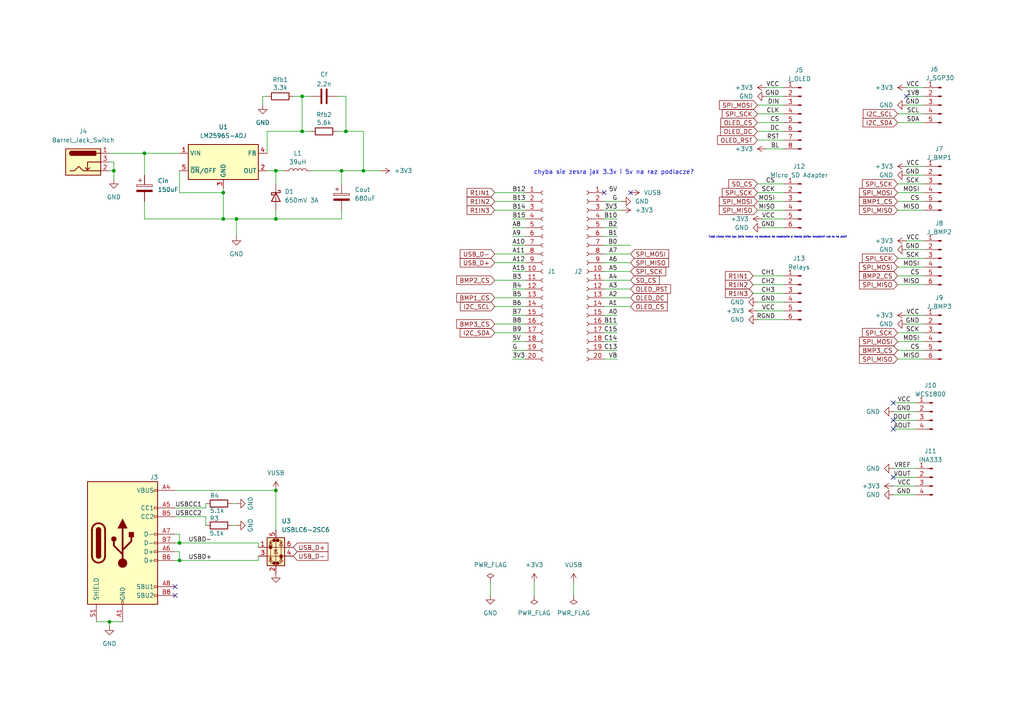
<source format=kicad_sch>
(kicad_sch (version 20250114) (generator "eeschema") (generator_version "9.0")
  (paper "A4")
  (lib_symbols
    (symbol "Connector:Barrel_Jack_Switch" (pin_names (hide yes))
      (property "Reference" "J" (at 0 5.334 0))
      (property "Value" "Barrel_Jack_Switch" (at 0 -5.08 0))
      (symbol "Barrel_Jack_Switch_1_1"
        (pin passive line (at 7.62 2.54 180) (length 2.54) (name "~") (number "1"))
        (pin passive line (at 7.62 0 180) (length 2.54) (name "~") (number "3"))
        (pin passive line (at 7.62 -2.54 180) (length 2.54) (name "~") (number "2"))
      )
    )
    (symbol "Connector:Conn_01x04_Pin" (pin_names (offset 1.016) (hide yes))
      (property "Reference" "J" (at 0 5.08 0))
      (property "Value" "Conn_01x04_Pin" (at 0 -7.62 0))
      (symbol "Conn_01x04_Pin_1_1"
        (pin passive line (at 5.08 2.54 180) (length 3.81) (name "Pin_1") (number "1"))
        (pin passive line (at 5.08 0 180) (length 3.81) (name "Pin_2") (number "2"))
        (pin passive line (at 5.08 -2.54 180) (length 3.81) (name "Pin_3") (number "3"))
        (pin passive line (at 5.08 -5.08 180) (length 3.81) (name "Pin_4") (number "4"))
      )
    )
    (symbol "Connector:Conn_01x05_Pin" (pin_names (offset 1.016) (hide yes))
      (property "Reference" "J" (at 0 7.62 0))
      (property "Value" "Conn_01x05_Pin" (at 0 -7.62 0))
      (symbol "Conn_01x05_Pin_1_1"
        (pin passive line (at 5.08 5.08 180) (length 3.81) (name "Pin_1") (number "1"))
        (pin passive line (at 5.08 2.54 180) (length 3.81) (name "Pin_2") (number "2"))
        (pin passive line (at 5.08 0 180) (length 3.81) (name "Pin_3") (number "3"))
        (pin passive line (at 5.08 -2.54 180) (length 3.81) (name "Pin_4") (number "4"))
        (pin passive line (at 5.08 -5.08 180) (length 3.81) (name "Pin_5") (number "5"))
      )
    )
    (symbol "Connector:Conn_01x06_Pin" (pin_names (offset 1.016) (hide yes))
      (property "Reference" "J" (at 0 7.62 0))
      (property "Value" "Conn_01x06_Pin" (at 0 -10.16 0))
      (symbol "Conn_01x06_Pin_1_1"
        (pin passive line (at 5.08 5.08 180) (length 3.81) (name "Pin_1") (number "1"))
        (pin passive line (at 5.08 2.54 180) (length 3.81) (name "Pin_2") (number "2"))
        (pin passive line (at 5.08 0 180) (length 3.81) (name "Pin_3") (number "3"))
        (pin passive line (at 5.08 -2.54 180) (length 3.81) (name "Pin_4") (number "4"))
        (pin passive line (at 5.08 -5.08 180) (length 3.81) (name "Pin_5") (number "5"))
        (pin passive line (at 5.08 -7.62 180) (length 3.81) (name "Pin_6") (number "6"))
      )
    )
    (symbol "Connector:Conn_01x08_Pin" (pin_names (offset 1.016) (hide yes))
      (property "Reference" "J" (at 0 10.16 0))
      (property "Value" "Conn_01x08_Pin" (at 0 -12.7 0))
      (symbol "Conn_01x08_Pin_1_1"
        (pin passive line (at 5.08 7.62 180) (length 3.81) (name "Pin_1") (number "1"))
        (pin passive line (at 5.08 5.08 180) (length 3.81) (name "Pin_2") (number "2"))
        (pin passive line (at 5.08 2.54 180) (length 3.81) (name "Pin_3") (number "3"))
        (pin passive line (at 5.08 0 180) (length 3.81) (name "Pin_4") (number "4"))
        (pin passive line (at 5.08 -2.54 180) (length 3.81) (name "Pin_5") (number "5"))
        (pin passive line (at 5.08 -5.08 180) (length 3.81) (name "Pin_6") (number "6"))
        (pin passive line (at 5.08 -7.62 180) (length 3.81) (name "Pin_7") (number "7"))
        (pin passive line (at 5.08 -10.16 180) (length 3.81) (name "Pin_8") (number "8"))
      )
    )
    (symbol "Connector:Conn_01x20_Socket" (pin_names (offset 1.016) (hide yes))
      (property "Reference" "J" (at 0 25.4 0))
      (property "Value" "Conn_01x20_Socket" (at 0 -27.94 0))
      (symbol "Conn_01x20_Socket_1_1"
        (pin passive line (at -5.08 22.86 0) (length 3.81) (name "Pin_1") (number "1"))
        (pin passive line (at -5.08 20.32 0) (length 3.81) (name "Pin_2") (number "2"))
        (pin passive line (at -5.08 17.78 0) (length 3.81) (name "Pin_3") (number "3"))
        (pin passive line (at -5.08 15.24 0) (length 3.81) (name "Pin_4") (number "4"))
        (pin passive line (at -5.08 12.7 0) (length 3.81) (name "Pin_5") (number "5"))
        (pin passive line (at -5.08 10.16 0) (length 3.81) (name "Pin_6") (number "6"))
        (pin passive line (at -5.08 7.62 0) (length 3.81) (name "Pin_7") (number "7"))
        (pin passive line (at -5.08 5.08 0) (length 3.81) (name "Pin_8") (number "8"))
        (pin passive line (at -5.08 2.54 0) (length 3.81) (name "Pin_9") (number "9"))
        (pin passive line (at -5.08 0 0) (length 3.81) (name "Pin_10") (number "10"))
        (pin passive line (at -5.08 -2.54 0) (length 3.81) (name "Pin_11") (number "11"))
        (pin passive line (at -5.08 -5.08 0) (length 3.81) (name "Pin_12") (number "12"))
        (pin passive line (at -5.08 -7.62 0) (length 3.81) (name "Pin_13") (number "13"))
        (pin passive line (at -5.08 -10.16 0) (length 3.81) (name "Pin_14") (number "14"))
        (pin passive line (at -5.08 -12.7 0) (length 3.81) (name "Pin_15") (number "15"))
        (pin passive line (at -5.08 -15.24 0) (length 3.81) (name "Pin_16") (number "16"))
        (pin passive line (at -5.08 -17.78 0) (length 3.81) (name "Pin_17") (number "17"))
        (pin passive line (at -5.08 -20.32 0) (length 3.81) (name "Pin_18") (number "18"))
        (pin passive line (at -5.08 -22.86 0) (length 3.81) (name "Pin_19") (number "19"))
        (pin passive line (at -5.08 -25.4 0) (length 3.81) (name "Pin_20") (number "20"))
      )
    )
    (symbol "Connector:USB_C_Receptacle_USB2.0_16P" (pin_names (offset 1.016))
      (property "Reference" "J" (at 0 22.225 0))
      (property "Value" "USB_C_Receptacle_USB2.0_16P" (at 0 19.685 0))
      (symbol "USB_C_Receptacle_USB2.0_16P_1_1"
        (pin passive line (at -7.62 -22.86 90) (length 5.08) (name "SHIELD") (number "S1"))
        (pin passive line (at 0 -22.86 90) (length 5.08) (name "GND") (number "A1"))
        (pin passive line (at 0 -22.86 90) (length 5.08) (hide yes) (name "GND") (number "A12"))
        (pin passive line (at 0 -22.86 90) (length 5.08) (hide yes) (name "GND") (number "B1"))
        (pin passive line (at 0 -22.86 90) (length 5.08) (hide yes) (name "GND") (number "B12"))
        (pin passive line (at 15.24 15.24 180) (length 5.08) (name "VBUS") (number "A4"))
        (pin passive line (at 15.24 15.24 180) (length 5.08) (hide yes) (name "VBUS") (number "A9"))
        (pin passive line (at 15.24 15.24 180) (length 5.08) (hide yes) (name "VBUS") (number "B4"))
        (pin passive line (at 15.24 15.24 180) (length 5.08) (hide yes) (name "VBUS") (number "B9"))
        (pin bidirectional line (at 15.24 10.16 180) (length 5.08) (name "CC1") (number "A5"))
        (pin bidirectional line (at 15.24 7.62 180) (length 5.08) (name "CC2") (number "B5"))
        (pin bidirectional line (at 15.24 2.54 180) (length 5.08) (name "D-") (number "A7"))
        (pin bidirectional line (at 15.24 0 180) (length 5.08) (name "D-") (number "B7"))
        (pin bidirectional line (at 15.24 -2.54 180) (length 5.08) (name "D+") (number "A6"))
        (pin bidirectional line (at 15.24 -5.08 180) (length 5.08) (name "D+") (number "B6"))
        (pin bidirectional line (at 15.24 -12.7 180) (length 5.08) (name "SBU1") (number "A8"))
        (pin bidirectional line (at 15.24 -15.24 180) (length 5.08) (name "SBU2") (number "B8"))
      )
    )
    (symbol "Device:C" (pin_numbers (hide yes)) (pin_names (offset 0.254))
      (property "Reference" "C" (at 0.635 2.54 0))
      (property "Value" "C" (at 0.635 -2.54 0))
      (symbol "C_1_1"
        (pin passive line (at 0 3.81 270) (length 2.794) (name "~") (number "1"))
        (pin passive line (at 0 -3.81 90) (length 2.794) (name "~") (number "2"))
      )
    )
    (symbol "Device:C_Polarized" (pin_numbers (hide yes)) (pin_names (offset 0.254))
      (property "Reference" "C" (at 0.635 2.54 0))
      (property "Value" "C_Polarized" (at 0.635 -2.54 0))
      (symbol "C_Polarized_1_1"
        (pin passive line (at 0 3.81 270) (length 2.794) (name "~") (number "1"))
        (pin passive line (at 0 -3.81 90) (length 2.794) (name "~") (number "2"))
      )
    )
    (symbol "Device:D_Schottky" (pin_numbers (hide yes)) (pin_names (offset 1.016) (hide yes))
      (property "Reference" "D" (at 0 2.54 0))
      (property "Value" "D_Schottky" (at 0 -2.54 0))
      (symbol "D_Schottky_1_1"
        (pin passive line (at -3.81 0 0) (length 2.54) (name "K") (number "1"))
        (pin passive line (at 3.81 0 180) (length 2.54) (name "A") (number "2"))
      )
    )
    (symbol "Device:L" (pin_numbers (hide yes)) (pin_names (offset 1.016) (hide yes))
      (property "Reference" "L" (at -1.27 0 90))
      (property "Value" "L" (at 1.905 0 90))
      (symbol "L_1_1"
        (pin passive line (at 0 3.81 270) (length 1.27) (name "1") (number "1"))
        (pin passive line (at 0 -3.81 90) (length 1.27) (name "2") (number "2"))
      )
    )
    (symbol "Device:R" (pin_numbers (hide yes)) (pin_names (offset 0))
      (property "Reference" "R" (at 2.032 0 90))
      (property "Value" "R" (at 0 0 90))
      (symbol "R_1_1"
        (pin passive line (at 0 3.81 270) (length 1.27) (name "~") (number "1"))
        (pin passive line (at 0 -3.81 90) (length 1.27) (name "~") (number "2"))
      )
    )
    (symbol "Power_Protection:USBLC6-2SC6" (pin_names (hide yes))
      (property "Reference" "U" (at 0.635 5.715 0))
      (property "Value" "USBLC6-2SC6" (at 0.635 3.81 0))
      (symbol "USBLC6-2SC6_1_1"
        (pin passive line (at -5.08 0 0) (length 2.54) (name "I/O1") (number "1"))
        (pin passive line (at -5.08 -2.54 0) (length 2.54) (name "I/O2") (number "3"))
        (pin passive line (at 0 5.08 270) (length 2.54) (name "VBUS") (number "5"))
        (pin passive line (at 0 -7.62 90) (length 2.54) (name "GND") (number "2"))
        (pin passive line (at 5.08 0 180) (length 2.54) (name "I/O1") (number "6"))
        (pin passive line (at 5.08 -2.54 180) (length 2.54) (name "I/O2") (number "4"))
      )
    )
    (symbol "Regulator_Switching:LM2596S-ADJ"
      (property "Reference" "U" (at -10.16 6.35 0))
      (property "Value" "LM2596S-ADJ" (at 0 6.35 0))
      (symbol "LM2596S-ADJ_1_1"
        (pin power_in line (at -12.7 2.54 0) (length 2.54) (name "VIN") (number "1"))
        (pin input line (at -12.7 -2.54 0) (length 2.54) (name "~{ON}/OFF") (number "5"))
        (pin power_in line (at 0 -7.62 90) (length 2.54) (name "GND") (number "3"))
        (pin input line (at 12.7 2.54 180) (length 2.54) (name "FB") (number "4"))
        (pin output line (at 12.7 -2.54 180) (length 2.54) (name "OUT") (number "2"))
      )
    )
    (symbol "power:+3V3" (power) (pin_numbers (hide yes)) (pin_names (offset 0) (hide yes))
      (property "Value" "+3V3" (at 0 3.556 0))
      (symbol "+3V3_1_1"
        (pin power_in line (at 0 0 90) (length 0) (name "~") (number "1"))
      )
    )
    (symbol "power:GND" (power) (pin_numbers (hide yes)) (pin_names (offset 0) (hide yes))
      (property "Value" "GND" (at 0 -3.81 0))
      (symbol "GND_1_1"
        (pin power_in line (at 0 0 270) (length 0) (name "~") (number "1"))
      )
    )
    (symbol "power:PWR_FLAG" (power) (pin_numbers (hide yes)) (pin_names (offset 0) (hide yes))
      (property "Value" "PWR_FLAG" (at 0 3.81 0))
      (symbol "PWR_FLAG_0_0"
        (pin power_out line (at 0 0 90) (length 0) (name "~") (number "1"))
      )
    )
    (symbol "power:VBUS" (power) (pin_numbers (hide yes)) (pin_names (offset 0) (hide yes))
      (property "Value" "VBUS" (at 0 3.556 0))
      (symbol "VBUS_1_1"
        (pin power_in line (at 0 0 90) (length 0) (name "~") (number "1"))
      )
    )
  )
  (text "chyba sie zesra jak 3.3v i 5v na raz podlacze?" (at 178.054 50.038 0) (effects (font (size 1.27 1.27))))
  (text "Tutaj chyba mial byc jakis modul na obudowe do wsadzania a reszta jakies rezystorki cos to na pcb?\n" (at 225.552 68.834 0) (effects (font (size 0.508 0.508))))
  (junction (at 99.06 49.53))
  (junction (at 105.41 49.53))
  (junction (at 64.77 63.5))
  (junction (at 80.01 63.5))
  (junction (at 52.07 162.56))
  (junction (at 31.75 180.34))
  (junction (at 80.01 142.24))
  (junction (at 41.91 44.45))
  (junction (at 33.02 49.53))
  (junction (at 64.77 55.88))
  (junction (at 80.01 49.53))
  (junction (at 52.07 157.48))
  (junction (at 87.63 38.1))
  (junction (at 68.58 63.5))
  (junction (at 87.63 27.94))
  (junction (at 100.33 38.1))
  (no_connect (at 259.08 138.43))
  (no_connect (at 182.88 55.88))
  (no_connect (at 259.08 116.84))
  (no_connect (at 175.26 55.88))
  (no_connect (at 50.8 170.18))
  (no_connect (at 259.08 121.92))
  (no_connect (at 50.8 172.72))
  (no_connect (at 262.89 27.94))
  (no_connect (at 259.08 124.46))
  (wire (pts (xy 143.51 86.36) (xy 152.4 86.36)))
  (wire (pts (xy 148.59 63.5) (xy 152.4 63.5)))
  (wire (pts (xy 148.59 91.44) (xy 152.4 91.44)))
  (wire (pts (xy 80.01 153.67) (xy 80.01 142.24)))
  (wire (pts (xy 41.91 44.45) (xy 41.91 50.8)))
  (wire (pts (xy 259.08 138.43) (xy 265.43 138.43)))
  (wire (pts (xy 154.94 168.91) (xy 154.94 172.72)))
  (wire (pts (xy 182.88 86.36) (xy 175.26 86.36)))
  (wire (pts (xy 143.51 58.42) (xy 152.4 58.42)))
  (wire (pts (xy 100.33 27.94) (xy 100.33 38.1)))
  (wire (pts (xy 77.47 38.1) (xy 87.63 38.1)))
  (wire (pts (xy 143.51 60.96) (xy 152.4 60.96)))
  (wire (pts (xy 52.07 160.02) (xy 52.07 162.56)))
  (wire (pts (xy 33.02 46.99) (xy 33.02 49.53)))
  (wire (pts (xy 80.01 49.53) (xy 82.55 49.53)))
  (wire (pts (xy 148.59 68.58) (xy 152.4 68.58)))
  (wire (pts (xy 175.26 71.12) (xy 182.88 71.12)))
  (wire (pts (xy 166.37 168.91) (xy 166.37 172.72)))
  (wire (pts (xy 179.07 101.6) (xy 175.26 101.6)))
  (wire (pts (xy 179.07 63.5) (xy 175.26 63.5)))
  (wire (pts (xy 179.07 99.06) (xy 175.26 99.06)))
  (wire (pts (xy 219.71 33.02) (xy 227.33 33.02)))
  (wire (pts (xy 80.01 63.5) (xy 68.58 63.5)))
  (wire (pts (xy 219.71 60.96) (xy 227.33 60.96)))
  (wire (pts (xy 148.59 66.04) (xy 152.4 66.04)))
  (wire (pts (xy 180.34 58.42) (xy 175.26 58.42)))
  (wire (pts (xy 50.8 160.02) (xy 52.07 160.02)))
  (wire (pts (xy 182.88 76.2) (xy 175.26 76.2)))
  (wire (pts (xy 148.59 83.82) (xy 152.4 83.82)))
  (wire (pts (xy 100.33 38.1) (xy 105.41 38.1)))
  (wire (pts (xy 148.59 99.06) (xy 152.4 99.06)))
  (wire (pts (xy 219.71 58.42) (xy 227.33 58.42)))
  (wire (pts (xy 74.93 162.56) (xy 74.93 161.29)))
  (wire (pts (xy 52.07 55.88) (xy 64.77 55.88)))
  (wire (pts (xy 143.51 55.88) (xy 152.4 55.88)))
  (wire (pts (xy 260.35 80.01) (xy 267.97 80.01)))
  (wire (pts (xy 31.75 49.53) (xy 33.02 49.53)))
  (wire (pts (xy 143.51 96.52) (xy 152.4 96.52)))
  (wire (pts (xy 143.51 81.28) (xy 152.4 81.28)))
  (wire (pts (xy 260.35 101.6) (xy 267.97 101.6)))
  (wire (pts (xy 262.89 91.44) (xy 267.97 91.44)))
  (wire (pts (xy 80.01 60.96) (xy 80.01 63.5)))
  (wire (pts (xy 68.58 63.5) (xy 68.58 68.58)))
  (wire (pts (xy 52.07 49.53) (xy 52.07 55.88)))
  (wire (pts (xy 143.51 73.66) (xy 152.4 73.66)))
  (wire (pts (xy 76.2 27.94) (xy 77.47 27.94)))
  (wire (pts (xy 182.88 78.74) (xy 175.26 78.74)))
  (wire (pts (xy 260.35 53.34) (xy 267.97 53.34)))
  (wire (pts (xy 220.98 66.04) (xy 227.33 66.04)))
  (wire (pts (xy 180.34 60.96) (xy 175.26 60.96)))
  (wire (pts (xy 222.25 27.94) (xy 227.33 27.94)))
  (wire (pts (xy 33.02 52.07) (xy 33.02 49.53)))
  (wire (pts (xy 259.08 135.89) (xy 265.43 135.89)))
  (wire (pts (xy 219.71 53.34) (xy 227.33 53.34)))
  (wire (pts (xy 52.07 162.56) (xy 74.93 162.56)))
  (wire (pts (xy 80.01 142.24) (xy 50.8 142.24)))
  (wire (pts (xy 260.35 55.88) (xy 267.97 55.88)))
  (wire (pts (xy 50.8 154.94) (xy 52.07 154.94)))
  (wire (pts (xy 218.44 85.09) (xy 227.33 85.09)))
  (wire (pts (xy 182.88 73.66) (xy 175.26 73.66)))
  (wire (pts (xy 220.98 63.5) (xy 227.33 63.5)))
  (wire (pts (xy 262.89 50.8) (xy 267.97 50.8)))
  (wire (pts (xy 52.07 157.48) (xy 74.93 157.48)))
  (wire (pts (xy 67.31 146.05) (xy 68.58 146.05)))
  (wire (pts (xy 100.33 38.1) (xy 97.79 38.1)))
  (wire (pts (xy 182.88 81.28) (xy 175.26 81.28)))
  (wire (pts (xy 260.35 82.55) (xy 267.97 82.55)))
  (wire (pts (xy 50.8 149.86) (xy 59.69 149.86)))
  (wire (pts (xy 143.51 88.9) (xy 152.4 88.9)))
  (wire (pts (xy 222.25 25.4) (xy 227.33 25.4)))
  (wire (pts (xy 31.75 180.34) (xy 31.75 181.61)))
  (wire (pts (xy 219.71 35.56) (xy 227.33 35.56)))
  (wire (pts (xy 262.89 69.85) (xy 267.97 69.85)))
  (wire (pts (xy 179.07 91.44) (xy 175.26 91.44)))
  (wire (pts (xy 179.07 68.58) (xy 175.26 68.58)))
  (wire (pts (xy 76.2 30.48) (xy 76.2 27.94)))
  (wire (pts (xy 85.09 27.94) (xy 87.63 27.94)))
  (wire (pts (xy 260.35 60.96) (xy 267.97 60.96)))
  (wire (pts (xy 105.41 49.53) (xy 110.49 49.53)))
  (wire (pts (xy 259.08 140.97) (xy 265.43 140.97)))
  (wire (pts (xy 74.93 157.48) (xy 74.93 158.75)))
  (wire (pts (xy 64.77 54.61) (xy 64.77 55.88)))
  (wire (pts (xy 259.08 116.84) (xy 265.43 116.84)))
  (wire (pts (xy 262.89 30.48) (xy 267.97 30.48)))
  (wire (pts (xy 99.06 63.5) (xy 80.01 63.5)))
  (wire (pts (xy 259.08 124.46) (xy 265.43 124.46)))
  (wire (pts (xy 52.07 154.94) (xy 52.07 157.48)))
  (wire (pts (xy 219.71 55.88) (xy 227.33 55.88)))
  (wire (pts (xy 87.63 38.1) (xy 90.17 38.1)))
  (wire (pts (xy 77.47 38.1) (xy 77.47 44.45)))
  (wire (pts (xy 148.59 78.74) (xy 152.4 78.74)))
  (wire (pts (xy 99.06 60.96) (xy 99.06 63.5)))
  (wire (pts (xy 100.33 27.94) (xy 97.79 27.94)))
  (wire (pts (xy 50.8 162.56) (xy 52.07 162.56)))
  (wire (pts (xy 179.07 93.98) (xy 175.26 93.98)))
  (wire (pts (xy 143.51 76.2) (xy 152.4 76.2)))
  (wire (pts (xy 219.71 90.17) (xy 227.33 90.17)))
  (wire (pts (xy 262.89 48.26) (xy 267.97 48.26)))
  (wire (pts (xy 64.77 55.88) (xy 64.77 63.5)))
  (wire (pts (xy 260.35 96.52) (xy 267.97 96.52)))
  (wire (pts (xy 105.41 38.1) (xy 105.41 49.53)))
  (wire (pts (xy 175.26 83.82) (xy 182.88 83.82)))
  (wire (pts (xy 262.89 72.39) (xy 267.97 72.39)))
  (wire (pts (xy 218.44 80.01) (xy 227.33 80.01)))
  (wire (pts (xy 52.07 44.45) (xy 41.91 44.45)))
  (wire (pts (xy 179.07 66.04) (xy 175.26 66.04)))
  (wire (pts (xy 31.75 180.34) (xy 35.56 180.34)))
  (wire (pts (xy 148.59 71.12) (xy 152.4 71.12)))
  (wire (pts (xy 68.58 152.4) (xy 67.31 152.4)))
  (wire (pts (xy 105.41 49.53) (xy 99.06 49.53)))
  (wire (pts (xy 27.94 180.34) (xy 31.75 180.34)))
  (wire (pts (xy 219.71 38.1) (xy 227.33 38.1)))
  (wire (pts (xy 148.59 104.14) (xy 152.4 104.14)))
  (wire (pts (xy 218.44 82.55) (xy 227.33 82.55)))
  (wire (pts (xy 260.35 33.02) (xy 267.97 33.02)))
  (wire (pts (xy 260.35 99.06) (xy 267.97 99.06)))
  (wire (pts (xy 50.8 147.32) (xy 59.69 147.32)))
  (wire (pts (xy 142.24 168.91) (xy 142.24 172.72)))
  (wire (pts (xy 50.8 157.48) (xy 52.07 157.48)))
  (wire (pts (xy 59.69 149.86) (xy 59.69 152.4)))
  (wire (pts (xy 31.75 46.99) (xy 33.02 46.99)))
  (wire (pts (xy 148.59 101.6) (xy 152.4 101.6)))
  (wire (pts (xy 87.63 27.94) (xy 87.63 38.1)))
  (wire (pts (xy 80.01 49.53) (xy 80.01 53.34)))
  (wire (pts (xy 219.71 87.63) (xy 227.33 87.63)))
  (wire (pts (xy 68.58 63.5) (xy 64.77 63.5)))
  (wire (pts (xy 222.25 43.18) (xy 227.33 43.18)))
  (wire (pts (xy 182.88 88.9) (xy 175.26 88.9)))
  (wire (pts (xy 64.77 63.5) (xy 41.91 63.5)))
  (wire (pts (xy 59.69 147.32) (xy 59.69 146.05)))
  (wire (pts (xy 260.35 104.14) (xy 267.97 104.14)))
  (wire (pts (xy 41.91 58.42) (xy 41.91 63.5)))
  (wire (pts (xy 262.89 93.98) (xy 267.97 93.98)))
  (wire (pts (xy 259.08 119.38) (xy 265.43 119.38)))
  (wire (pts (xy 179.07 96.52) (xy 175.26 96.52)))
  (wire (pts (xy 219.71 30.48) (xy 227.33 30.48)))
  (wire (pts (xy 99.06 49.53) (xy 99.06 53.34)))
  (wire (pts (xy 90.17 49.53) (xy 99.06 49.53)))
  (wire (pts (xy 219.71 92.71) (xy 227.33 92.71)))
  (wire (pts (xy 260.35 74.93) (xy 267.97 74.93)))
  (wire (pts (xy 259.08 143.51) (xy 265.43 143.51)))
  (wire (pts (xy 260.35 35.56) (xy 267.97 35.56)))
  (wire (pts (xy 219.71 40.64) (xy 227.33 40.64)))
  (wire (pts (xy 77.47 49.53) (xy 80.01 49.53)))
  (wire (pts (xy 31.75 44.45) (xy 41.91 44.45)))
  (wire (pts (xy 179.07 104.14) (xy 175.26 104.14)))
  (wire (pts (xy 259.08 121.92) (xy 265.43 121.92)))
  (wire (pts (xy 260.35 77.47) (xy 267.97 77.47)))
  (wire (pts (xy 260.35 58.42) (xy 267.97 58.42)))
  (wire (pts (xy 143.51 93.98) (xy 152.4 93.98)))
  (wire (pts (xy 262.89 25.4) (xy 267.97 25.4)))
  (wire (pts (xy 262.89 27.94) (xy 267.97 27.94)))
  (wire (pts (xy 87.63 27.94) (xy 90.17 27.94)))
  (label "USBD+" (at 54.61 162.56 0) (effects (font (thickness 0.1588))))
  (label "A4" (at 179.07 81.28 180))
  (label "VCC" (at 264.16 140.97 180))
  (label "B11" (at 179.07 93.98 180))
  (label "B4" (at 148.59 83.82 0))
  (label "DOUT" (at 264.16 121.92 180))
  (label "B3" (at 148.59 81.28 0))
  (label "VCC" (at 224.79 90.17 180))
  (label "G" (at 179.07 58.42 180))
  (label "CS" (at 266.7 80.01 180))
  (label "USBD-" (at 54.61 157.48 0) (effects (font (thickness 0.1588))))
  (label "SCK" (at 266.7 53.34 180))
  (label "CS" (at 266.7 101.6 180))
  (label "B5" (at 148.59 86.36 0))
  (label "GND" (at 266.7 50.8 180))
  (label "A0" (at 179.07 91.44 180))
  (label "B0" (at 179.07 71.12 180))
  (label "USBCC1" (at 50.8 147.32 0) (effects (font (thickness 0.1588))))
  (label "MISO" (at 266.7 82.55 180))
  (label "VREF" (at 264.16 135.89 180))
  (label "A1" (at 179.07 88.9 180))
  (label "A2" (at 179.07 86.36 180))
  (label "CH2" (at 224.79 82.55 180))
  (label "A8" (at 148.59 66.04 0))
  (label "B1" (at 179.07 68.58 180))
  (label "5V" (at 179.07 55.88 180))
  (label "MOSI" (at 224.79 58.42 180))
  (label "RGND" (at 224.79 92.71 180))
  (label "B14" (at 148.59 60.96 0))
  (label "CLK" (at 226.06 33.02 180))
  (label "GND" (at 226.06 27.94 180))
  (label "A12" (at 148.59 76.2 0))
  (label "GND" (at 266.7 72.39 180))
  (label "VOUT" (at 264.16 138.43 180))
  (label "3V3" (at 148.59 104.14 0))
  (label "SCK" (at 266.7 96.52 180))
  (label "G" (at 148.59 101.6 0))
  (label "B8" (at 148.59 93.98 0))
  (label "RST" (at 226.06 40.64 180))
  (label "VB" (at 179.07 104.14 180))
  (label "B12" (at 148.59 55.88 0))
  (label "MISO" (at 266.7 104.14 180))
  (label "CS" (at 224.79 53.34 180))
  (label "B13" (at 148.59 58.42 0))
  (label "A5" (at 179.07 78.74 180))
  (label "C14" (at 179.07 99.06 180))
  (label "5V" (at 148.59 99.06 0))
  (label "B15" (at 148.59 63.5 0))
  (label "GND" (at 264.16 119.38 180))
  (label "CH3" (at 224.79 85.09 180))
  (label "A6" (at 179.07 76.2 180))
  (label "AOUT" (at 264.16 124.46 180))
  (label "VCC" (at 266.7 48.26 180))
  (label "SCK" (at 224.79 55.88 180))
  (label "VCC" (at 226.06 25.4 180))
  (label "GND" (at 224.79 66.04 180))
  (label "GND" (at 224.79 87.63 180))
  (label "VCC" (at 266.7 25.4 180))
  (label "GND" (at 264.16 143.51 180))
  (label "B10" (at 179.07 63.5 180))
  (label "CS" (at 226.06 35.56 180))
  (label "1V8" (at 266.7 27.94 180))
  (label "SCK" (at 266.7 74.93 180))
  (label "CH1" (at 224.79 80.01 180))
  (label "SDA" (at 266.7 35.56 180))
  (label "A10" (at 148.59 71.12 0))
  (label "USBCC2" (at 50.8 149.86 0) (effects (font (thickness 0.1588))))
  (label "GND" (at 266.7 30.48 180))
  (label "A3" (at 179.07 83.82 180))
  (label "C15" (at 179.07 96.52 180))
  (label "C13" (at 179.07 101.6 180))
  (label "CS" (at 266.7 58.42 180))
  (label "B9" (at 148.59 96.52 0))
  (label "B7" (at 148.59 91.44 0))
  (label "MOSI" (at 266.7 99.06 180))
  (label "MISO" (at 266.7 60.96 180))
  (label "MOSI" (at 266.7 77.47 180))
  (label "BL" (at 226.06 43.18 180))
  (label "MOSI" (at 266.7 55.88 180))
  (label "3V3" (at 179.07 60.96 180))
  (label "MISO" (at 224.79 60.96 180))
  (label "A7" (at 179.07 73.66 180))
  (label "VCC" (at 264.16 116.84 180))
  (label "DIN" (at 226.06 30.48 180))
  (label "A15" (at 148.59 78.74 0))
  (label "B2" (at 179.07 66.04 180))
  (label "A11" (at 148.59 73.66 0))
  (label "VCC" (at 266.7 91.44 180))
  (label "DC" (at 226.06 38.1 180))
  (label "GND" (at 266.7 93.98 180))
  (label "VCC" (at 224.79 63.5 180))
  (label "B6" (at 148.59 88.9 0))
  (label "VCC" (at 266.7 69.85 180))
  (label "A9" (at 148.59 68.58 0))
  (label "SCL" (at 266.7 33.02 180))
  (global_label "USB_D+" (shape input) (at 85.09 158.75 0) (property "Intersheetrefs" "${INTERSHEET_REFS}" (effects (hide yes))))
  (global_label "USB_D+" (shape input) (at 143.51 76.2 180) (property "Intersheetrefs" "${INTERSHEET_REFS}" (effects (hide yes))))
  (global_label "SPI_MOSI" (shape input) (at 260.35 99.06 180) (property "Intersheetrefs" "${INTERSHEET_REFS}" (effects (hide yes))))
  (global_label "R1IN1" (shape input) (at 143.51 55.88 180) (property "Intersheetrefs" "${INTERSHEET_REFS}" (effects (hide yes))))
  (global_label "SPI_SCK" (shape input) (at 260.35 53.34 180) (property "Intersheetrefs" "${INTERSHEET_REFS}" (effects (hide yes))))
  (global_label "SD_CS" (shape input) (at 182.88 81.28 0) (property "Intersheetrefs" "${INTERSHEET_REFS}" (effects (hide yes))))
  (global_label "USB_D-" (shape input) (at 85.09 161.29 0) (property "Intersheetrefs" "${INTERSHEET_REFS}" (effects (hide yes))))
  (global_label "USB_D-" (shape input) (at 143.51 73.66 180) (property "Intersheetrefs" "${INTERSHEET_REFS}" (effects (hide yes))))
  (global_label "SPI_SCK" (shape input) (at 219.71 33.02 180) (property "Intersheetrefs" "${INTERSHEET_REFS}" (effects (hide yes))))
  (global_label "OLED_RST" (shape input) (at 182.88 83.82 0) (property "Intersheetrefs" "${INTERSHEET_REFS}" (effects (hide yes))))
  (global_label "SPI_MOSI" (shape input) (at 260.35 55.88 180) (property "Intersheetrefs" "${INTERSHEET_REFS}" (effects (hide yes))))
  (global_label "SPI_SCK" (shape input) (at 260.35 74.93 180) (property "Intersheetrefs" "${INTERSHEET_REFS}" (effects (hide yes))))
  (global_label "BMP3_CS" (shape input) (at 260.35 101.6 180) (property "Intersheetrefs" "${INTERSHEET_REFS}" (effects (hide yes))))
  (global_label "R1IN3" (shape input) (at 218.44 85.09 180) (property "Intersheetrefs" "${INTERSHEET_REFS}" (effects (hide yes))))
  (global_label "SPI_MOSI" (shape input) (at 219.71 58.42 180) (property "Intersheetrefs" "${INTERSHEET_REFS}" (effects (hide yes))))
  (global_label "SPI_SCK" (shape input) (at 219.71 55.88 180) (property "Intersheetrefs" "${INTERSHEET_REFS}" (effects (hide yes))))
  (global_label "BMP2_CS" (shape input) (at 260.35 80.01 180) (property "Intersheetrefs" "${INTERSHEET_REFS}" (effects (hide yes))))
  (global_label "SPI_MISO" (shape input) (at 182.88 76.2 0) (property "Intersheetrefs" "${INTERSHEET_REFS}" (effects (hide yes))))
  (global_label "OLED_RST" (shape input) (at 219.71 40.64 180) (property "Intersheetrefs" "${INTERSHEET_REFS}" (effects (hide yes))))
  (global_label "R1IN3" (shape input) (at 143.51 60.96 180) (property "Intersheetrefs" "${INTERSHEET_REFS}" (effects (hide yes))))
  (global_label "SPI_MISO" (shape input) (at 260.35 60.96 180) (property "Intersheetrefs" "${INTERSHEET_REFS}" (effects (hide yes))))
  (global_label "BMP2_CS" (shape input) (at 143.51 81.28 180) (property "Intersheetrefs" "${INTERSHEET_REFS}" (effects (hide yes))))
  (global_label "R1IN1" (shape input) (at 218.44 80.01 180) (property "Intersheetrefs" "${INTERSHEET_REFS}" (effects (hide yes))))
  (global_label "SPI_SCK" (shape input) (at 182.88 78.74 0) (property "Intersheetrefs" "${INTERSHEET_REFS}" (effects (hide yes))))
  (global_label "BMP1_CS" (shape input) (at 143.51 86.36 180) (property "Intersheetrefs" "${INTERSHEET_REFS}" (effects (hide yes))))
  (global_label "SPI_MOSI" (shape input) (at 260.35 77.47 180) (property "Intersheetrefs" "${INTERSHEET_REFS}" (effects (hide yes))))
  (global_label "BMP1_CS" (shape input) (at 260.35 58.42 180) (property "Intersheetrefs" "${INTERSHEET_REFS}" (effects (hide yes))))
  (global_label "R1IN2" (shape input) (at 218.44 82.55 180) (property "Intersheetrefs" "${INTERSHEET_REFS}" (effects (hide yes))))
  (global_label "SPI_MISO" (shape input) (at 260.35 104.14 180) (property "Intersheetrefs" "${INTERSHEET_REFS}" (effects (hide yes))))
  (global_label "OLED_DC" (shape input) (at 182.88 86.36 0) (property "Intersheetrefs" "${INTERSHEET_REFS}" (effects (hide yes))))
  (global_label "SPI_MISO" (shape input) (at 219.71 60.96 180) (property "Intersheetrefs" "${INTERSHEET_REFS}" (effects (hide yes))))
  (global_label "OLED_DC" (shape input) (at 219.71 38.1 180) (property "Intersheetrefs" "${INTERSHEET_REFS}" (effects (hide yes))))
  (global_label "OLED_CS" (shape input) (at 219.71 35.56 180) (property "Intersheetrefs" "${INTERSHEET_REFS}" (effects (hide yes))))
  (global_label "SPI_MISO" (shape input) (at 260.35 82.55 180) (property "Intersheetrefs" "${INTERSHEET_REFS}" (effects (hide yes))))
  (global_label "R1IN2" (shape input) (at 143.51 58.42 180) (property "Intersheetrefs" "${INTERSHEET_REFS}" (effects (hide yes))))
  (global_label "OLED_CS" (shape input) (at 182.88 88.9 0) (property "Intersheetrefs" "${INTERSHEET_REFS}" (effects (hide yes))))
  (global_label "SPI_SCK" (shape input) (at 260.35 96.52 180) (property "Intersheetrefs" "${INTERSHEET_REFS}" (effects (hide yes))))
  (global_label "SPI_MOSI" (shape input) (at 219.71 30.48 180) (property "Intersheetrefs" "${INTERSHEET_REFS}" (effects (hide yes))))
  (global_label "I2C_SDA" (shape input) (at 143.51 96.52 180) (property "Intersheetrefs" "${INTERSHEET_REFS}" (effects (hide yes))))
  (global_label "I2C_SCL" (shape input) (at 260.35 33.02 180) (property "Intersheetrefs" "${INTERSHEET_REFS}" (effects (hide yes))))
  (global_label "I2C_SCL" (shape input) (at 143.51 88.9 180) (property "Intersheetrefs" "${INTERSHEET_REFS}" (effects (hide yes))))
  (global_label "SPI_MOSI" (shape input) (at 182.88 73.66 0) (property "Intersheetrefs" "${INTERSHEET_REFS}" (effects (hide yes))))
  (global_label "BMP3_CS" (shape input) (at 143.51 93.98 180) (property "Intersheetrefs" "${INTERSHEET_REFS}" (effects (hide yes))))
  (global_label "I2C_SDA" (shape input) (at 260.35 35.56 180) (property "Intersheetrefs" "${INTERSHEET_REFS}" (effects (hide yes))))
  (global_label "SD_CS" (shape input) (at 219.71 53.34 180) (property "Intersheetrefs" "${INTERSHEET_REFS}" (effects (hide yes))))
  (symbol (lib_id "power:GND") (at 259.08 143.51 270) (unit 1)
    (property "Reference" "#PWR028" (effects (hide yes)))
    (property "Value" "GND" (at 255.27 143.5099 90) (effects (justify right)))
    (property "Description" "Power symbol creates a global label with name \"GND\" , ground" (effects (hide yes)))
  )
  (symbol (lib_id "power:+3V3") (at 262.89 69.85 90) (unit 1)
    (property "Reference" "#PWR023" (effects (hide yes)))
    (property "Value" "+3V3" (at 259.08 69.8499 90) (effects (justify left)))
    (property "Description" "Power symbol creates a global label with name \"+3V3\"" (effects (hide yes)))
  )
  (symbol (lib_id "Device:C") (at 93.98 27.94 270) (unit 1)
    (property "Reference" "Cf" (at 93.98 21.59 90))
    (property "Value" "2.2n" (at 93.98 24.384 90))
    (property "Footprint" "Capacitor_SMD:C_0805_2012Metric" (effects (hide yes)))
    (property "Datasheet" "https://jlcpcb.com/api/file/downloadByFileSystemAccessId/8579706857730068480" (effects (hide yes)))
    (property "Description" "Unpolarized capacitor" (effects (hide yes)))
    (property "Package" "0805" (effects (hide yes)))
    (property "LCSC" "C28260" (effects (hide yes)))
  )
  (symbol (lib_id "Connector:Conn_01x06_Pin") (at 232.41 58.42 0) (mirror y) (unit 1)
    (property "Reference" "J12" (at 231.775 48.26 0))
    (property "Value" "Micro SD Adapter" (at 231.775 50.8 0))
    (property "Footprint" "Connector_PinHeader_2.54mm:PinHeader_1x06_P2.54mm_Vertical" (effects (hide yes)))
    (property "Datasheet" "https://jlcpcb.com/api/file/downloadByFileSystemAccessId/8588887121902391296" (effects (hide yes)))
    (property "Description" "Generic connector, single row, 01x06, script generated" (effects (hide yes)))
    (property "LCSC" "C2337" (effects (hide yes)))
    (property "Package" "Plugin,P=2.54mm" (effects (hide yes)))
  )
  (symbol (lib_id "Connector:Conn_01x04_Pin") (at 270.51 119.38 0) (mirror y) (unit 1)
    (property "Reference" "J10" (at 269.875 111.76 0))
    (property "Value" "WCS1800" (at 269.875 114.3 0))
    (property "Footprint" "Connector_PinHeader_2.54mm:PinHeader_1x04_P2.54mm_Vertical" (effects (hide yes)))
    (property "Datasheet" "https://jlcpcb.com/api/file/downloadByFileSystemAccessId/8588887121902391296" (effects (hide yes)))
    (property "Description" "Generic connector, single row, 01x04, script generated" (effects (hide yes)))
    (property "LCSC" "C2337" (effects (hide yes)))
  )
  (symbol (lib_id "power:+3V3") (at 180.34 60.96 270) (unit 1)
    (property "Reference" "#PWR011" (effects (hide yes)))
    (property "Value" "+3V3" (at 184.15 60.9599 90) (effects (justify left)))
    (property "Description" "Power symbol creates a global label with name \"+3V3\"" (effects (hide yes)))
  )
  (symbol (lib_id "power:+3V3") (at 222.25 25.4 90) (unit 1)
    (property "Reference" "#PWR012" (effects (hide yes)))
    (property "Value" "+3V3" (at 218.44 25.3999 90) (effects (justify left)))
    (property "Description" "Power symbol creates a global label with name \"+3V3\"" (effects (hide yes)))
  )
  (symbol (lib_id "power:GND") (at 262.89 50.8 270) (unit 1)
    (property "Reference" "#PWR021" (effects (hide yes)))
    (property "Value" "GND" (at 259.08 50.7999 90) (effects (justify right)))
    (property "Description" "Power symbol creates a global label with name \"GND\" , ground" (effects (hide yes)))
  )
  (symbol (lib_id "power:VBUS") (at 182.88 55.88 270) (unit 1)
    (property "Reference" "#PWR03" (effects (hide yes)))
    (property "Value" "VUSB" (at 186.69 55.8799 90) (effects (justify left)))
    (property "Description" "Power symbol creates a global label with name \"VBUS\"" (effects (hide yes)))
  )
  (symbol (lib_id "power:VBUS") (at 80.01 142.24 0) (unit 1)
    (property "Reference" "#PWR01" (effects (hide yes)))
    (property "Value" "VUSB" (at 80.01 137.16 0))
    (property "Description" "Power symbol creates a global label with name \"VBUS\"" (effects (hide yes)))
  )
  (symbol (lib_id "Device:R") (at 93.98 38.1 90) (unit 1)
    (property "Reference" "Rfb2" (at 93.98 33.274 90))
    (property "Value" "5.6k" (at 93.98 35.56 90))
    (property "Footprint" "Resistor_SMD:R_0805_2012Metric" (effects (hide yes)))
    (property "Datasheet" "https://jlcpcb.com/api/file/downloadByFileSystemAccessId/8579706617560436736" (effects (hide yes)))
    (property "Description" "Resistor" (effects (hide yes)))
    (property "Package" "0805" (effects (hide yes)))
    (property "LCSC" "C4382" (effects (hide yes)))
  )
  (symbol (lib_id "power:GND") (at 180.34 58.42 90) (unit 1)
    (property "Reference" "#PWR04" (effects (hide yes)))
    (property "Value" "GND" (at 184.15 58.4199 90) (effects (justify right)))
    (property "Description" "Power symbol creates a global label with name \"GND\" , ground" (effects (hide yes)))
  )
  (symbol (lib_id "power:VBUS") (at 166.37 168.91 0) (unit 1)
    (property "Reference" "#PWR015" (effects (hide yes)))
    (property "Value" "VUSB" (at 166.37 163.83 0))
    (property "Description" "Power symbol creates a global label with name \"VBUS\"" (effects (hide yes)))
  )
  (symbol (lib_id "power:GND") (at 31.75 181.61 0) (unit 1)
    (property "Reference" "#PWR02" (effects (hide yes)))
    (property "Value" "GND" (at 31.75 186.69 0))
    (property "Description" "Power symbol creates a global label with name \"GND\" , ground" (effects (hide yes)))
  )
  (symbol (lib_id "Connector:Conn_01x05_Pin") (at 273.05 30.48 0) (mirror y) (unit 1)
    (property "Reference" "J6" (at 269.748 20.066 0) (effects (justify right)))
    (property "Value" "J_SGP30" (at 268.478 22.606 0) (effects (justify right)))
    (property "Footprint" "Connector_PinHeader_2.54mm:PinHeader_1x05_P2.54mm_Vertical" (effects (hide yes)))
    (property "Datasheet" "https://jlcpcb.com/api/file/downloadByFileSystemAccessId/8588887121902391296" (effects (hide yes)))
    (property "Description" "Generic connector, single row, 01x05, script generated" (effects (hide yes)))
    (property "LCSC" "C2337" (effects (hide yes)))
  )
  (symbol (lib_id "power:GND") (at 259.08 135.89 270) (unit 1)
    (property "Reference" "#PWR030" (effects (hide yes)))
    (property "Value" "GND" (at 255.27 135.8899 90) (effects (justify right)))
    (property "Description" "Power symbol creates a global label with name \"GND\" , ground" (effects (hide yes)))
  )
  (symbol (lib_id "power:+3V3") (at 259.08 140.97 90) (unit 1)
    (property "Reference" "#PWR029" (effects (hide yes)))
    (property "Value" "+3V3" (at 255.27 140.9699 90) (effects (justify left)))
    (property "Description" "Power symbol creates a global label with name \"+3V3\"" (effects (hide yes)))
  )
  (symbol (lib_id "Device:R") (at 63.5 152.4 90) (unit 1)
    (property "Reference" "R3" (at 63.5 150.368 90) (effects (justify left)))
    (property "Value" "5.1k" (at 65.024 153.924 90) (effects (justify left bottom)))
    (property "Description" "Resistor" (effects (hide yes)))
  )
  (symbol (lib_id "Device:C_Polarized") (at 41.91 54.61 0) (unit 1)
    (property "Reference" "Cin" (at 45.72 52.4509 0) (effects (justify left)))
    (property "Value" "150uF" (at 45.72 54.9909 0) (effects (justify left)))
    (property "Footprint" "Capacitor_SMD:CP_Elec_8x10.5" (effects (hide yes)))
    (property "Datasheet" "https://jlcpcb.com/api/file/downloadByFileSystemAccessId/8588931052044242945" (effects (hide yes)))
    (property "Description" "Polarized capacitor" (effects (hide yes)))
    (property "Package" "SMD,D8xL10.2mm" (effects (hide yes)))
    (property "LCSC" "C341199" (effects (hide yes)))
  )
  (symbol (lib_id "Connector:Conn_01x06_Pin") (at 273.05 74.93 0) (mirror y) (unit 1)
    (property "Reference" "J8" (at 272.415 64.77 0))
    (property "Value" "J_BMP2" (at 272.415 67.31 0))
    (property "Footprint" "Connector_PinHeader_2.54mm:PinHeader_1x06_P2.54mm_Vertical" (effects (hide yes)))
    (property "Datasheet" "https://jlcpcb.com/api/file/downloadByFileSystemAccessId/8588887121902391296" (effects (hide yes)))
    (property "Description" "Generic connector, single row, 01x06, script generated" (effects (hide yes)))
    (property "LCSC" "C2337" (effects (hide yes)))
  )
  (symbol (lib_id "power:GND") (at 76.2 30.48 0) (unit 1)
    (property "Reference" "#PWR05" (effects (hide yes)))
    (property "Value" "GND" (at 76.2 35.56 0))
    (property "Description" "Power symbol creates a global label with name \"GND\" , ground" (effects (hide yes)))
  )
  (symbol (lib_id "Connector:Conn_01x06_Pin") (at 232.41 85.09 0) (mirror y) (unit 1)
    (property "Reference" "J13" (at 231.775 74.93 0))
    (property "Value" "Relays" (at 231.775 77.47 0))
    (property "Footprint" "Connector_PinHeader_2.54mm:PinHeader_1x06_P2.54mm_Vertical" (effects (hide yes)))
    (property "Datasheet" "https://jlcpcb.com/api/file/downloadByFileSystemAccessId/8588887121902391296" (effects (hide yes)))
    (property "Description" "Generic connector, single row, 01x06, script generated" (effects (hide yes)))
    (property "LCSC" "C2337" (effects (hide yes)))
    (property "Package" "Plugin,P=2.54mm" (effects (hide yes)))
  )
  (symbol (lib_id "Connector:Conn_01x20_Socket") (at 157.48 78.74 0) (unit 1)
    (property "Reference" "J1" (at 158.75 78.7399 0) (effects (justify left)))
    (property "Value" "Conn_01x20_Socket" (effects (hide yes)))
    (property "Description" "Generic connector, single row, 01x20, script generated" (effects (hide yes)))
  )
  (symbol (lib_id "Connector:Conn_01x06_Pin") (at 273.05 96.52 0) (mirror y) (unit 1)
    (property "Reference" "J9" (at 272.415 86.36 0))
    (property "Value" "J_BMP3" (at 272.415 88.9 0))
    (property "Footprint" "Connector_PinHeader_2.54mm:PinHeader_1x06_P2.54mm_Vertical" (effects (hide yes)))
    (property "Datasheet" "https://jlcpcb.com/api/file/downloadByFileSystemAccessId/8588887121902391296" (effects (hide yes)))
    (property "Description" "Generic connector, single row, 01x06, script generated" (effects (hide yes)))
    (property "LCSC" "C2337" (effects (hide yes)))
  )
  (symbol (lib_id "power:+3V3") (at 110.49 49.53 270) (unit 1)
    (property "Reference" "#PWR08" (effects (hide yes)))
    (property "Value" "+3V3" (at 114.3 49.5299 90) (effects (justify left)))
    (property "Description" "Power symbol creates a global label with name \"+3V3\"" (effects (hide yes)))
  )
  (symbol (lib_id "Connector:USB_C_Receptacle_USB2.0_16P") (at 35.56 157.48 0) (unit 1)
    (property "Reference" "J3" (at 44.704 138.43 0))
    (property "Value" "USB_C_Receptacle_USB2.0_16P" (effects (hide yes)))
    (property "Footprint" "Connector_USB:USB_C_Receptacle_GCT_USB4105-xx-A_16P_TopMnt_Horizontal" (effects (hide yes)))
    (property "Datasheet" "https://www.usb.org/sites/default/files/documents/usb_type-c.zip" (effects (hide yes)))
    (property "Description" "USB 2.0-only 16P Type-C Receptacle connector" (effects (hide yes)))
    (property "Link 1" "https://jlcpcb.com/partdetail/3554049-USB4105_GF_A060/C3025063" (effects (hide yes)))
  )
  (symbol (lib_id "power:GND") (at 219.71 92.71 270) (unit 1)
    (property "Reference" "#PWR035" (effects (hide yes)))
    (property "Value" "GND" (at 215.9 92.7099 90) (effects (justify right)))
    (property "Description" "Power symbol creates a global label with name \"GND\" , ground" (effects (hide yes)))
  )
  (symbol (lib_id "power:PWR_FLAG") (at 142.24 168.91 0) (unit 1)
    (property "Reference" "#FLG01" (effects (hide yes)))
    (property "Value" "PWR_FLAG" (at 142.24 163.83 0))
    (property "Description" "Special symbol for telling ERC where power comes from" (effects (hide yes)))
  )
  (symbol (lib_id "power:GND") (at 68.58 68.58 0) (unit 1)
    (property "Reference" "#PWR06" (effects (hide yes)))
    (property "Value" "GND" (at 68.58 73.66 0))
    (property "Description" "Power symbol creates a global label with name \"GND\" , ground" (effects (hide yes)))
  )
  (symbol (lib_id "Connector:Conn_01x06_Pin") (at 273.05 53.34 0) (mirror y) (unit 1)
    (property "Reference" "J7" (at 272.415 43.18 0))
    (property "Value" "J_BMP1" (at 272.415 45.72 0))
    (property "Footprint" "Connector_PinHeader_2.54mm:PinHeader_1x06_P2.54mm_Vertical" (effects (hide yes)))
    (property "Datasheet" "https://jlcpcb.com/api/file/downloadByFileSystemAccessId/8588887121902391296" (effects (hide yes)))
    (property "Description" "Generic connector, single row, 01x06, script generated" (effects (hide yes)))
    (property "LCSC" "C2337" (effects (hide yes)))
  )
  (symbol (lib_id "power:+3V3") (at 154.94 168.91 0) (unit 1)
    (property "Reference" "#PWR010" (effects (hide yes)))
    (property "Value" "+3V3" (at 154.94 163.83 0))
    (property "Description" "Power symbol creates a global label with name \"+3V3\"" (effects (hide yes)))
  )
  (symbol (lib_id "power:+3V3") (at 262.89 91.44 90) (unit 1)
    (property "Reference" "#PWR025" (effects (hide yes)))
    (property "Value" "+3V3" (at 259.08 91.4399 90) (effects (justify left)))
    (property "Description" "Power symbol creates a global label with name \"+3V3\"" (effects (hide yes)))
  )
  (symbol (lib_id "power:GND") (at 259.08 119.38 270) (unit 1)
    (property "Reference" "#PWR027" (effects (hide yes)))
    (property "Value" "GND" (at 255.27 119.3799 90) (effects (justify right)))
    (property "Description" "Power symbol creates a global label with name \"GND\" , ground" (effects (hide yes)))
  )
  (symbol (lib_id "Connector:Conn_01x20_Socket") (at 170.18 78.74 0) (mirror y) (unit 1)
    (property "Reference" "J2" (at 168.91 78.7399 0) (effects (justify left)))
    (property "Value" "Conn_01x20_Socket" (effects (hide yes)))
    (property "Description" "Generic connector, single row, 01x20, script generated" (effects (hide yes)))
  )
  (symbol (lib_id "power:+3V3") (at 222.25 43.18 90) (unit 1)
    (property "Reference" "#PWR014" (effects (hide yes)))
    (property "Value" "+3V3" (at 218.44 43.1799 90) (effects (justify left)))
    (property "Description" "Power symbol creates a global label with name \"+3V3\"" (effects (hide yes)))
  )
  (symbol (lib_id "Connector:Barrel_Jack_Switch") (at 24.13 46.99 0) (unit 1)
    (property "Reference" "J4" (at 24.13 38.1 0))
    (property "Value" "Barrel_Jack_Switch" (at 24.13 40.64 0))
    (property "Footprint" "Connector_BarrelJack:BarrelJack_Horizontal" (effects (hide yes)))
    (property "Datasheet" "https://jlcpcb.com/api/file/downloadByFileSystemAccessId/8588893543708430336" (effects (hide yes)))
    (property "Description" "DC Barrel Jack with an internal switch" (effects (hide yes)))
    (property "LCSC" "C16214" (effects (hide yes)))
    (property "Package" "Plugin" (effects (hide yes)))
  )
  (symbol (lib_id "power:+3V3") (at 262.89 48.26 90) (unit 1)
    (property "Reference" "#PWR018" (effects (hide yes)))
    (property "Value" "+3V3" (at 259.08 48.2599 90) (effects (justify left)))
    (property "Description" "Power symbol creates a global label with name \"+3V3\"" (effects (hide yes)))
  )
  (symbol (lib_id "power:+3V3") (at 262.89 25.4 90) (unit 1)
    (property "Reference" "#PWR016" (effects (hide yes)))
    (property "Value" "+3V3" (at 259.08 25.3999 90) (effects (justify left)))
    (property "Description" "Power symbol creates a global label with name \"+3V3\"" (effects (hide yes)))
  )
  (symbol (lib_id "power:+3V3") (at 220.98 63.5 90) (unit 1)
    (property "Reference" "#PWR031" (effects (hide yes)))
    (property "Value" "+3V3" (at 217.17 63.4999 90) (effects (justify left)))
    (property "Description" "Power symbol creates a global label with name \"+3V3\"" (effects (hide yes)))
  )
  (symbol (lib_id "Device:D_Schottky") (at 80.01 57.15 270) (unit 1)
    (property "Reference" "D1" (at 82.55 55.5624 90) (effects (justify left)))
    (property "Value" "650mV 3A" (at 82.55 58.1024 90) (effects (justify left)))
    (property "Footprint" "Diode_SMD:D_SMA" (effects (hide yes)))
    (property "Datasheet" "https://jlcpcb.com/api/file/downloadByFileSystemAccessId/8586172667489079296" (effects (hide yes)))
    (property "Description" "Schottky diode" (effects (hide yes)))
    (property "Package" "SMA(DO-214AC)" (effects (hide yes)))
    (property "LCSC" "C8678" (effects (hide yes)))
  )
  (symbol (lib_id "Device:R") (at 63.5 146.05 90) (unit 1)
    (property "Reference" "R4" (at 62.23 143.764 90))
    (property "Value" "5.1k" (at 62.992 148.082 90))
    (property "Description" "Resistor" (effects (hide yes)))
  )
  (symbol (lib_id "power:GND") (at 262.89 30.48 270) (unit 1)
    (property "Reference" "#PWR017" (effects (hide yes)))
    (property "Value" "GND" (at 259.08 30.4799 90) (effects (justify right)))
    (property "Description" "Power symbol creates a global label with name \"GND\" , ground" (effects (hide yes)))
  )
  (symbol (lib_id "Power_Protection:USBLC6-2SC6") (at 80.01 158.75 0) (unit 1)
    (property "Reference" "U3" (at 81.6611 151.13 0) (effects (justify left)))
    (property "Value" "USBLC6-2SC6" (at 81.6611 153.67 0) (effects (justify left)))
    (property "Footprint" "Package_TO_SOT_SMD:SOT-23-6" (effects (hide yes)))
    (property "Datasheet" "https://www.st.com/resource/en/datasheet/usblc6-2.pdf" (effects (hide yes)))
    (property "Description" "Very low capacitance ESD protection diode, 2 data-line, SOT-23-6" (effects (hide yes)))
    (property "Likn 1" "https://jlcpcb.com/partdetail/STMicroelectronics-USBLC62SC6/C7519" (effects (hide yes)))
  )
  (symbol (lib_id "Connector:Conn_01x08_Pin") (at 232.41 33.02 0) (mirror y) (unit 1)
    (property "Reference" "J5" (at 231.775 20.32 0))
    (property "Value" "J_OLED" (at 231.775 22.86 0))
    (property "Footprint" "Connector_PinHeader_2.54mm:PinHeader_1x08_P2.54mm_Vertical" (effects (hide yes)))
    (property "Datasheet" "https://jlcpcb.com/api/file/downloadByFileSystemAccessId/8588887121902391296" (effects (hide yes)))
    (property "Description" "Generic connector, single row, 01x08, script generated" (effects (hide yes)))
    (property "LCSC" "C2337" (effects (hide yes)))
    (property "Package" "Plugin,P=2.54mm" (effects (hide yes)))
  )
  (symbol (lib_id "power:GND") (at 68.58 146.05 90) (unit 1)
    (property "Reference" "#PWR019" (effects (hide yes)))
    (property "Value" "GND" (at 72.644 146.05 0))
    (property "Description" "Power symbol creates a global label with name \"GND\" , ground" (effects (hide yes)))
  )
  (symbol (lib_id "power:GND") (at 262.89 93.98 270) (unit 1)
    (property "Reference" "#PWR026" (effects (hide yes)))
    (property "Value" "GND" (at 259.08 93.9799 90) (effects (justify right)))
    (property "Description" "Power symbol creates a global label with name \"GND\" , ground" (effects (hide yes)))
  )
  (symbol (lib_id "Regulator_Switching:LM2596S-ADJ") (at 64.77 46.99 0) (unit 1)
    (property "Reference" "U1" (at 64.77 36.83 0))
    (property "Value" "LM2596S-ADJ" (at 64.77 39.37 0))
    (property "Footprint" "Package_TO_SOT_SMD:TO-263-5_TabPin3" (effects (hide yes)))
    (property "Datasheet" "https://jlcpcb.com/api/file/downloadByFileSystemAccessId/8586176006562045952" (effects (hide yes)))
    (property "Description" "Adjustable 3A Step-Down Voltage Regulator, TO-263" (effects (hide yes)))
    (property "LCSC" "C74188" (effects (hide yes)))
    (property "Package" "TO-263-5" (effects (hide yes)))
  )
  (symbol (lib_id "power:PWR_FLAG") (at 166.37 172.72 180) (unit 1)
    (property "Reference" "#FLG03" (effects (hide yes)))
    (property "Value" "PWR_FLAG" (at 166.37 177.8 0))
    (property "Description" "Special symbol for telling ERC where power comes from" (effects (hide yes)))
  )
  (symbol (lib_id "power:GND") (at 222.25 27.94 270) (unit 1)
    (property "Reference" "#PWR013" (effects (hide yes)))
    (property "Value" "GND" (at 218.44 27.9399 90) (effects (justify right)))
    (property "Description" "Power symbol creates a global label with name \"GND\" , ground" (effects (hide yes)))
  )
  (symbol (lib_id "Device:C_Polarized") (at 99.06 57.15 0) (unit 1)
    (property "Reference" "Cout" (at 102.87 54.9909 0) (effects (justify left)))
    (property "Value" "680uF" (at 102.87 57.5309 0) (effects (justify left)))
    (property "Footprint" "Capacitor_SMD:CP_Elec_16x17.5" (effects (hide yes)))
    (property "Datasheet" "https://jlcpcb.com/api/file/downloadByFileSystemAccessId/8589837651831386112" (effects (hide yes)))
    (property "Description" "Polarized capacitor" (effects (hide yes)))
    (property "Package" "SMD" (effects (hide yes)))
    (property "LCSC" "C401970" (effects (hide yes)))
  )
  (symbol (lib_id "Connector:Conn_01x04_Pin") (at 270.51 138.43 0) (mirror y) (unit 1)
    (property "Reference" "J11" (at 269.875 130.81 0))
    (property "Value" "INA333" (at 269.875 133.35 0))
    (property "Footprint" "Connector_PinHeader_2.54mm:PinHeader_1x04_P2.54mm_Vertical" (effects (hide yes)))
    (property "Datasheet" "https://jlcpcb.com/api/file/downloadByFileSystemAccessId/8588887121902391296" (effects (hide yes)))
    (property "Description" "Generic connector, single row, 01x04, script generated" (effects (hide yes)))
    (property "LCSC" "C2337" (effects (hide yes)))
  )
  (symbol (lib_id "power:+3V3") (at 219.71 90.17 90) (unit 1)
    (property "Reference" "#PWR034" (effects (hide yes)))
    (property "Value" "+3V3" (at 215.9 90.1699 90) (effects (justify left)))
    (property "Description" "Power symbol creates a global label with name \"+3V3\"" (effects (hide yes)))
  )
  (symbol (lib_id "power:GND") (at 220.98 66.04 270) (unit 1)
    (property "Reference" "#PWR032" (effects (hide yes)))
    (property "Value" "GND" (at 217.17 66.0399 90) (effects (justify right)))
    (property "Description" "Power symbol creates a global label with name \"GND\" , ground" (effects (hide yes)))
  )
  (symbol (lib_id "power:PWR_FLAG") (at 154.94 172.72 180) (unit 1)
    (property "Reference" "#FLG02" (effects (hide yes)))
    (property "Value" "PWR_FLAG" (at 154.94 177.8 0))
    (property "Description" "Special symbol for telling ERC where power comes from" (effects (hide yes)))
  )
  (symbol (lib_id "power:GND") (at 219.71 87.63 270) (unit 1)
    (property "Reference" "#PWR033" (effects (hide yes)))
    (property "Value" "GND" (at 215.9 87.6299 90) (effects (justify right)))
    (property "Description" "Power symbol creates a global label with name \"GND\" , ground" (effects (hide yes)))
  )
  (symbol (lib_id "Device:L") (at 86.36 49.53 90) (unit 1)
    (property "Reference" "L1" (at 86.36 44.45 90))
    (property "Value" "39uH" (at 86.36 46.99 90))
    (property "Footprint" "Inductor_SMD:L_12x12mm_H8mm" (effects (hide yes)))
    (property "Datasheet" "https://jlcpcb.com/api/file/downloadByFileSystemAccessId/8589836877689237504" (effects (hide yes)))
    (property "Description" "Inductor" (effects (hide yes)))
    (property "Package" "SMD,12x12mm" (effects (hide yes)))
    (property "LCSC" "C2983068" (effects (hide yes)))
  )
  (symbol (lib_id "power:GND") (at 142.24 172.72 0) (unit 1)
    (property "Reference" "#PWR09" (effects (hide yes)))
    (property "Value" "GND" (at 142.24 177.8 0))
    (property "Description" "Power symbol creates a global label with name \"GND\" , ground" (effects (hide yes)))
  )
  (symbol (lib_id "power:GND") (at 33.02 52.07 0) (unit 1)
    (property "Reference" "#PWR07" (effects (hide yes)))
    (property "Value" "GND" (at 33.02 57.15 0))
    (property "Description" "Power symbol creates a global label with name \"GND\" , ground" (effects (hide yes)))
  )
  (symbol (lib_id "power:GND") (at 80.01 166.37 0) (unit 1)
    (property "Reference" "#PWR022" (effects (hide yes)))
    (property "Value" "GND" (effects (hide yes)))
    (property "Description" "Power symbol creates a global label with name \"GND\" , ground" (effects (hide yes)))
  )
  (symbol (lib_id "power:GND") (at 262.89 72.39 270) (unit 1)
    (property "Reference" "#PWR024" (effects (hide yes)))
    (property "Value" "GND" (at 259.08 72.3899 90) (effects (justify right)))
    (property "Description" "Power symbol creates a global label with name \"GND\" , ground" (effects (hide yes)))
  )
  (symbol (lib_id "power:GND") (at 68.58 152.4 90) (unit 1)
    (property "Reference" "#PWR020" (effects (hide yes)))
    (property "Value" "GND" (at 72.644 152.4 0))
    (property "Description" "Power symbol creates a global label with name \"GND\" , ground" (effects (hide yes)))
  )
  (symbol (lib_id "Device:R") (at 81.28 27.94 90) (unit 1)
    (property "Reference" "Rfb1" (at 81.28 23.114 90))
    (property "Value" "3.3k" (at 81.28 25.4 90))
    (property "Footprint" "Resistor_SMD:R_0805_2012Metric" (effects (hide yes)))
    (property "Datasheet" "https://jlcpcb.com/api/file/downloadByFileSystemAccessId/8579706691952099328" (effects (hide yes)))
    (property "Description" "Resistor" (effects (hide yes)))
    (property "Package" "0805" (effects (hide yes)))
    (property "LCSC" "C26010" (effects (hide yes)))
  )
)
</source>
